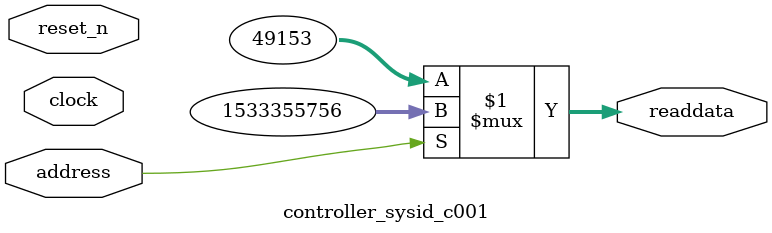
<source format=v>

`timescale 1ns / 1ps
// synthesis translate_on

// turn off superfluous verilog processor warnings 
// altera message_level Level1 
// altera message_off 10034 10035 10036 10037 10230 10240 10030 

module controller_sysid_c001 (
               // inputs:
                address,
                clock,
                reset_n,

               // outputs:
                readdata
             )
;

  output  [ 31: 0] readdata;
  input            address;
  input            clock;
  input            reset_n;

  wire    [ 31: 0] readdata;
  //control_slave, which is an e_avalon_slave
  assign readdata = address ? 1533355756 : 49153;

endmodule




</source>
